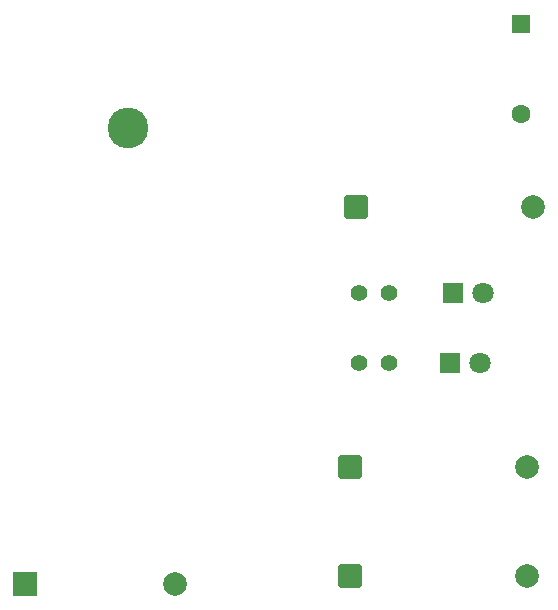
<source format=gbr>
%TF.GenerationSoftware,KiCad,Pcbnew,9.0.7*%
%TF.CreationDate,2026-01-04T10:47:51+09:00*%
%TF.ProjectId,PCB,5043422e-6b69-4636-9164-5f7063625858,rev?*%
%TF.SameCoordinates,Original*%
%TF.FileFunction,Soldermask,Bot*%
%TF.FilePolarity,Negative*%
%FSLAX46Y46*%
G04 Gerber Fmt 4.6, Leading zero omitted, Abs format (unit mm)*
G04 Created by KiCad (PCBNEW 9.0.7) date 2026-01-04 10:47:51*
%MOMM*%
%LPD*%
G01*
G04 APERTURE LIST*
G04 Aperture macros list*
%AMRoundRect*
0 Rectangle with rounded corners*
0 $1 Rounding radius*
0 $2 $3 $4 $5 $6 $7 $8 $9 X,Y pos of 4 corners*
0 Add a 4 corners polygon primitive as box body*
4,1,4,$2,$3,$4,$5,$6,$7,$8,$9,$2,$3,0*
0 Add four circle primitives for the rounded corners*
1,1,$1+$1,$2,$3*
1,1,$1+$1,$4,$5*
1,1,$1+$1,$6,$7*
1,1,$1+$1,$8,$9*
0 Add four rect primitives between the rounded corners*
20,1,$1+$1,$2,$3,$4,$5,0*
20,1,$1+$1,$4,$5,$6,$7,0*
20,1,$1+$1,$6,$7,$8,$9,0*
20,1,$1+$1,$8,$9,$2,$3,0*%
G04 Aperture macros list end*
%ADD10RoundRect,0.250000X-0.550000X0.550000X-0.550000X-0.550000X0.550000X-0.550000X0.550000X0.550000X0*%
%ADD11C,1.600000*%
%ADD12C,1.400000*%
%ADD13R,1.800000X1.800000*%
%ADD14C,1.800000*%
%ADD15RoundRect,0.250000X-0.750000X-0.750000X0.750000X-0.750000X0.750000X0.750000X-0.750000X0.750000X0*%
%ADD16C,2.000000*%
%ADD17C,3.450000*%
%ADD18R,2.000000X2.000000*%
G04 APERTURE END LIST*
D10*
%TO.C,SW1*%
X88512500Y-74232500D03*
D11*
X88512500Y-81852500D03*
%TD*%
D12*
%TO.C,R2*%
X74780000Y-103000000D03*
X77320000Y-103000000D03*
%TD*%
%TO.C,R1*%
X74780000Y-97000000D03*
X77320000Y-97000000D03*
%TD*%
D13*
%TO.C,D2*%
X82460000Y-103000000D03*
D14*
X85000000Y-103000000D03*
%TD*%
D13*
%TO.C,D1*%
X82730000Y-97000000D03*
D14*
X85270000Y-97000000D03*
%TD*%
D15*
%TO.C,C3*%
X74000000Y-121000000D03*
D16*
X89000000Y-121000000D03*
%TD*%
D15*
%TO.C,C2*%
X74000000Y-111742500D03*
D16*
X89000000Y-111742500D03*
%TD*%
D15*
%TO.C,C1*%
X74500000Y-89742500D03*
D16*
X89500000Y-89742500D03*
%TD*%
D17*
%TO.C,BT1*%
X55200000Y-83030000D03*
D18*
X46500000Y-121640000D03*
D16*
X59200000Y-121640000D03*
%TD*%
M02*

</source>
